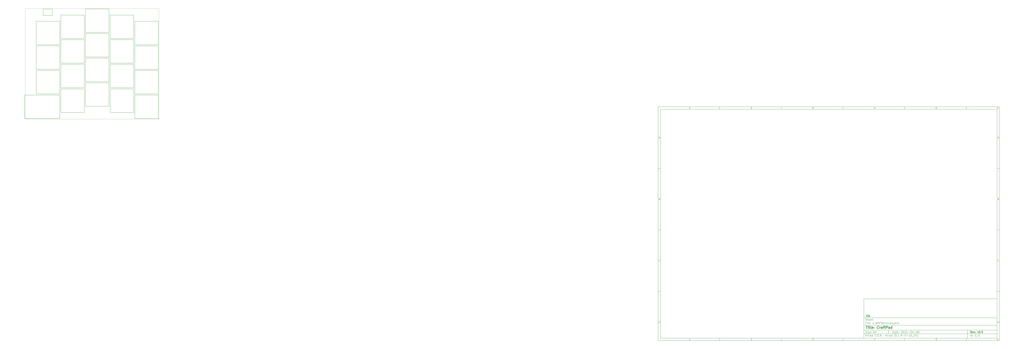
<source format=gbr>
%TF.GenerationSoftware,KiCad,Pcbnew,(5.1.9-0-10_14)*%
%TF.CreationDate,2021-04-06T08:54:49+08:00*%
%TF.ProjectId,CraftPad,43726166-7450-4616-942e-6b696361645f,v0.5*%
%TF.SameCoordinates,Original*%
%TF.FileFunction,OtherDrawing,Comment*%
%FSLAX46Y46*%
G04 Gerber Fmt 4.6, Leading zero omitted, Abs format (unit mm)*
G04 Created by KiCad (PCBNEW (5.1.9-0-10_14)) date 2021-04-06 08:54:49*
%MOMM*%
%LPD*%
G01*
G04 APERTURE LIST*
%ADD10C,0.100000*%
%ADD11C,0.150000*%
%ADD12C,0.300000*%
%ADD13C,0.400000*%
%ADD14C,0.120000*%
%ADD15C,0.200000*%
G04 APERTURE END LIST*
D10*
D11*
X177002200Y-166007200D02*
X177002200Y-198007200D01*
X285002200Y-198007200D01*
X285002200Y-166007200D01*
X177002200Y-166007200D01*
D10*
D11*
X10000000Y-10000000D02*
X10000000Y-200007200D01*
X287002200Y-200007200D01*
X287002200Y-10000000D01*
X10000000Y-10000000D01*
D10*
D11*
X12000000Y-12000000D02*
X12000000Y-198007200D01*
X285002200Y-198007200D01*
X285002200Y-12000000D01*
X12000000Y-12000000D01*
D10*
D11*
X60000000Y-12000000D02*
X60000000Y-10000000D01*
D10*
D11*
X110000000Y-12000000D02*
X110000000Y-10000000D01*
D10*
D11*
X160000000Y-12000000D02*
X160000000Y-10000000D01*
D10*
D11*
X210000000Y-12000000D02*
X210000000Y-10000000D01*
D10*
D11*
X260000000Y-12000000D02*
X260000000Y-10000000D01*
D10*
D11*
X36065476Y-11588095D02*
X35322619Y-11588095D01*
X35694047Y-11588095D02*
X35694047Y-10288095D01*
X35570238Y-10473809D01*
X35446428Y-10597619D01*
X35322619Y-10659523D01*
D10*
D11*
X85322619Y-10411904D02*
X85384523Y-10350000D01*
X85508333Y-10288095D01*
X85817857Y-10288095D01*
X85941666Y-10350000D01*
X86003571Y-10411904D01*
X86065476Y-10535714D01*
X86065476Y-10659523D01*
X86003571Y-10845238D01*
X85260714Y-11588095D01*
X86065476Y-11588095D01*
D10*
D11*
X135260714Y-10288095D02*
X136065476Y-10288095D01*
X135632142Y-10783333D01*
X135817857Y-10783333D01*
X135941666Y-10845238D01*
X136003571Y-10907142D01*
X136065476Y-11030952D01*
X136065476Y-11340476D01*
X136003571Y-11464285D01*
X135941666Y-11526190D01*
X135817857Y-11588095D01*
X135446428Y-11588095D01*
X135322619Y-11526190D01*
X135260714Y-11464285D01*
D10*
D11*
X185941666Y-10721428D02*
X185941666Y-11588095D01*
X185632142Y-10226190D02*
X185322619Y-11154761D01*
X186127380Y-11154761D01*
D10*
D11*
X236003571Y-10288095D02*
X235384523Y-10288095D01*
X235322619Y-10907142D01*
X235384523Y-10845238D01*
X235508333Y-10783333D01*
X235817857Y-10783333D01*
X235941666Y-10845238D01*
X236003571Y-10907142D01*
X236065476Y-11030952D01*
X236065476Y-11340476D01*
X236003571Y-11464285D01*
X235941666Y-11526190D01*
X235817857Y-11588095D01*
X235508333Y-11588095D01*
X235384523Y-11526190D01*
X235322619Y-11464285D01*
D10*
D11*
X285941666Y-10288095D02*
X285694047Y-10288095D01*
X285570238Y-10350000D01*
X285508333Y-10411904D01*
X285384523Y-10597619D01*
X285322619Y-10845238D01*
X285322619Y-11340476D01*
X285384523Y-11464285D01*
X285446428Y-11526190D01*
X285570238Y-11588095D01*
X285817857Y-11588095D01*
X285941666Y-11526190D01*
X286003571Y-11464285D01*
X286065476Y-11340476D01*
X286065476Y-11030952D01*
X286003571Y-10907142D01*
X285941666Y-10845238D01*
X285817857Y-10783333D01*
X285570238Y-10783333D01*
X285446428Y-10845238D01*
X285384523Y-10907142D01*
X285322619Y-11030952D01*
D10*
D11*
X60000000Y-198007200D02*
X60000000Y-200007200D01*
D10*
D11*
X110000000Y-198007200D02*
X110000000Y-200007200D01*
D10*
D11*
X160000000Y-198007200D02*
X160000000Y-200007200D01*
D10*
D11*
X210000000Y-198007200D02*
X210000000Y-200007200D01*
D10*
D11*
X260000000Y-198007200D02*
X260000000Y-200007200D01*
D10*
D11*
X36065476Y-199595295D02*
X35322619Y-199595295D01*
X35694047Y-199595295D02*
X35694047Y-198295295D01*
X35570238Y-198481009D01*
X35446428Y-198604819D01*
X35322619Y-198666723D01*
D10*
D11*
X85322619Y-198419104D02*
X85384523Y-198357200D01*
X85508333Y-198295295D01*
X85817857Y-198295295D01*
X85941666Y-198357200D01*
X86003571Y-198419104D01*
X86065476Y-198542914D01*
X86065476Y-198666723D01*
X86003571Y-198852438D01*
X85260714Y-199595295D01*
X86065476Y-199595295D01*
D10*
D11*
X135260714Y-198295295D02*
X136065476Y-198295295D01*
X135632142Y-198790533D01*
X135817857Y-198790533D01*
X135941666Y-198852438D01*
X136003571Y-198914342D01*
X136065476Y-199038152D01*
X136065476Y-199347676D01*
X136003571Y-199471485D01*
X135941666Y-199533390D01*
X135817857Y-199595295D01*
X135446428Y-199595295D01*
X135322619Y-199533390D01*
X135260714Y-199471485D01*
D10*
D11*
X185941666Y-198728628D02*
X185941666Y-199595295D01*
X185632142Y-198233390D02*
X185322619Y-199161961D01*
X186127380Y-199161961D01*
D10*
D11*
X236003571Y-198295295D02*
X235384523Y-198295295D01*
X235322619Y-198914342D01*
X235384523Y-198852438D01*
X235508333Y-198790533D01*
X235817857Y-198790533D01*
X235941666Y-198852438D01*
X236003571Y-198914342D01*
X236065476Y-199038152D01*
X236065476Y-199347676D01*
X236003571Y-199471485D01*
X235941666Y-199533390D01*
X235817857Y-199595295D01*
X235508333Y-199595295D01*
X235384523Y-199533390D01*
X235322619Y-199471485D01*
D10*
D11*
X285941666Y-198295295D02*
X285694047Y-198295295D01*
X285570238Y-198357200D01*
X285508333Y-198419104D01*
X285384523Y-198604819D01*
X285322619Y-198852438D01*
X285322619Y-199347676D01*
X285384523Y-199471485D01*
X285446428Y-199533390D01*
X285570238Y-199595295D01*
X285817857Y-199595295D01*
X285941666Y-199533390D01*
X286003571Y-199471485D01*
X286065476Y-199347676D01*
X286065476Y-199038152D01*
X286003571Y-198914342D01*
X285941666Y-198852438D01*
X285817857Y-198790533D01*
X285570238Y-198790533D01*
X285446428Y-198852438D01*
X285384523Y-198914342D01*
X285322619Y-199038152D01*
D10*
D11*
X10000000Y-60000000D02*
X12000000Y-60000000D01*
D10*
D11*
X10000000Y-110000000D02*
X12000000Y-110000000D01*
D10*
D11*
X10000000Y-160000000D02*
X12000000Y-160000000D01*
D10*
D11*
X10690476Y-35216666D02*
X11309523Y-35216666D01*
X10566666Y-35588095D02*
X11000000Y-34288095D01*
X11433333Y-35588095D01*
D10*
D11*
X11092857Y-84907142D02*
X11278571Y-84969047D01*
X11340476Y-85030952D01*
X11402380Y-85154761D01*
X11402380Y-85340476D01*
X11340476Y-85464285D01*
X11278571Y-85526190D01*
X11154761Y-85588095D01*
X10659523Y-85588095D01*
X10659523Y-84288095D01*
X11092857Y-84288095D01*
X11216666Y-84350000D01*
X11278571Y-84411904D01*
X11340476Y-84535714D01*
X11340476Y-84659523D01*
X11278571Y-84783333D01*
X11216666Y-84845238D01*
X11092857Y-84907142D01*
X10659523Y-84907142D01*
D10*
D11*
X11402380Y-135464285D02*
X11340476Y-135526190D01*
X11154761Y-135588095D01*
X11030952Y-135588095D01*
X10845238Y-135526190D01*
X10721428Y-135402380D01*
X10659523Y-135278571D01*
X10597619Y-135030952D01*
X10597619Y-134845238D01*
X10659523Y-134597619D01*
X10721428Y-134473809D01*
X10845238Y-134350000D01*
X11030952Y-134288095D01*
X11154761Y-134288095D01*
X11340476Y-134350000D01*
X11402380Y-134411904D01*
D10*
D11*
X10659523Y-185588095D02*
X10659523Y-184288095D01*
X10969047Y-184288095D01*
X11154761Y-184350000D01*
X11278571Y-184473809D01*
X11340476Y-184597619D01*
X11402380Y-184845238D01*
X11402380Y-185030952D01*
X11340476Y-185278571D01*
X11278571Y-185402380D01*
X11154761Y-185526190D01*
X10969047Y-185588095D01*
X10659523Y-185588095D01*
D10*
D11*
X287002200Y-60000000D02*
X285002200Y-60000000D01*
D10*
D11*
X287002200Y-110000000D02*
X285002200Y-110000000D01*
D10*
D11*
X287002200Y-160000000D02*
X285002200Y-160000000D01*
D10*
D11*
X285692676Y-35216666D02*
X286311723Y-35216666D01*
X285568866Y-35588095D02*
X286002200Y-34288095D01*
X286435533Y-35588095D01*
D10*
D11*
X286095057Y-84907142D02*
X286280771Y-84969047D01*
X286342676Y-85030952D01*
X286404580Y-85154761D01*
X286404580Y-85340476D01*
X286342676Y-85464285D01*
X286280771Y-85526190D01*
X286156961Y-85588095D01*
X285661723Y-85588095D01*
X285661723Y-84288095D01*
X286095057Y-84288095D01*
X286218866Y-84350000D01*
X286280771Y-84411904D01*
X286342676Y-84535714D01*
X286342676Y-84659523D01*
X286280771Y-84783333D01*
X286218866Y-84845238D01*
X286095057Y-84907142D01*
X285661723Y-84907142D01*
D10*
D11*
X286404580Y-135464285D02*
X286342676Y-135526190D01*
X286156961Y-135588095D01*
X286033152Y-135588095D01*
X285847438Y-135526190D01*
X285723628Y-135402380D01*
X285661723Y-135278571D01*
X285599819Y-135030952D01*
X285599819Y-134845238D01*
X285661723Y-134597619D01*
X285723628Y-134473809D01*
X285847438Y-134350000D01*
X286033152Y-134288095D01*
X286156961Y-134288095D01*
X286342676Y-134350000D01*
X286404580Y-134411904D01*
D10*
D11*
X285661723Y-185588095D02*
X285661723Y-184288095D01*
X285971247Y-184288095D01*
X286156961Y-184350000D01*
X286280771Y-184473809D01*
X286342676Y-184597619D01*
X286404580Y-184845238D01*
X286404580Y-185030952D01*
X286342676Y-185278571D01*
X286280771Y-185402380D01*
X286156961Y-185526190D01*
X285971247Y-185588095D01*
X285661723Y-185588095D01*
D10*
D11*
X200434342Y-193785771D02*
X200434342Y-192285771D01*
X200791485Y-192285771D01*
X201005771Y-192357200D01*
X201148628Y-192500057D01*
X201220057Y-192642914D01*
X201291485Y-192928628D01*
X201291485Y-193142914D01*
X201220057Y-193428628D01*
X201148628Y-193571485D01*
X201005771Y-193714342D01*
X200791485Y-193785771D01*
X200434342Y-193785771D01*
X202577200Y-193785771D02*
X202577200Y-193000057D01*
X202505771Y-192857200D01*
X202362914Y-192785771D01*
X202077200Y-192785771D01*
X201934342Y-192857200D01*
X202577200Y-193714342D02*
X202434342Y-193785771D01*
X202077200Y-193785771D01*
X201934342Y-193714342D01*
X201862914Y-193571485D01*
X201862914Y-193428628D01*
X201934342Y-193285771D01*
X202077200Y-193214342D01*
X202434342Y-193214342D01*
X202577200Y-193142914D01*
X203077200Y-192785771D02*
X203648628Y-192785771D01*
X203291485Y-192285771D02*
X203291485Y-193571485D01*
X203362914Y-193714342D01*
X203505771Y-193785771D01*
X203648628Y-193785771D01*
X204720057Y-193714342D02*
X204577200Y-193785771D01*
X204291485Y-193785771D01*
X204148628Y-193714342D01*
X204077200Y-193571485D01*
X204077200Y-193000057D01*
X204148628Y-192857200D01*
X204291485Y-192785771D01*
X204577200Y-192785771D01*
X204720057Y-192857200D01*
X204791485Y-193000057D01*
X204791485Y-193142914D01*
X204077200Y-193285771D01*
X205434342Y-193642914D02*
X205505771Y-193714342D01*
X205434342Y-193785771D01*
X205362914Y-193714342D01*
X205434342Y-193642914D01*
X205434342Y-193785771D01*
X205434342Y-192857200D02*
X205505771Y-192928628D01*
X205434342Y-193000057D01*
X205362914Y-192928628D01*
X205434342Y-192857200D01*
X205434342Y-193000057D01*
X207220057Y-192428628D02*
X207291485Y-192357200D01*
X207434342Y-192285771D01*
X207791485Y-192285771D01*
X207934342Y-192357200D01*
X208005771Y-192428628D01*
X208077200Y-192571485D01*
X208077200Y-192714342D01*
X208005771Y-192928628D01*
X207148628Y-193785771D01*
X208077200Y-193785771D01*
X209005771Y-192285771D02*
X209148628Y-192285771D01*
X209291485Y-192357200D01*
X209362914Y-192428628D01*
X209434342Y-192571485D01*
X209505771Y-192857200D01*
X209505771Y-193214342D01*
X209434342Y-193500057D01*
X209362914Y-193642914D01*
X209291485Y-193714342D01*
X209148628Y-193785771D01*
X209005771Y-193785771D01*
X208862914Y-193714342D01*
X208791485Y-193642914D01*
X208720057Y-193500057D01*
X208648628Y-193214342D01*
X208648628Y-192857200D01*
X208720057Y-192571485D01*
X208791485Y-192428628D01*
X208862914Y-192357200D01*
X209005771Y-192285771D01*
X210077200Y-192428628D02*
X210148628Y-192357200D01*
X210291485Y-192285771D01*
X210648628Y-192285771D01*
X210791485Y-192357200D01*
X210862914Y-192428628D01*
X210934342Y-192571485D01*
X210934342Y-192714342D01*
X210862914Y-192928628D01*
X210005771Y-193785771D01*
X210934342Y-193785771D01*
X212362914Y-193785771D02*
X211505771Y-193785771D01*
X211934342Y-193785771D02*
X211934342Y-192285771D01*
X211791485Y-192500057D01*
X211648628Y-192642914D01*
X211505771Y-192714342D01*
X213005771Y-193214342D02*
X214148628Y-193214342D01*
X215148628Y-192285771D02*
X215291485Y-192285771D01*
X215434342Y-192357200D01*
X215505771Y-192428628D01*
X215577200Y-192571485D01*
X215648628Y-192857200D01*
X215648628Y-193214342D01*
X215577200Y-193500057D01*
X215505771Y-193642914D01*
X215434342Y-193714342D01*
X215291485Y-193785771D01*
X215148628Y-193785771D01*
X215005771Y-193714342D01*
X214934342Y-193642914D01*
X214862914Y-193500057D01*
X214791485Y-193214342D01*
X214791485Y-192857200D01*
X214862914Y-192571485D01*
X214934342Y-192428628D01*
X215005771Y-192357200D01*
X215148628Y-192285771D01*
X216934342Y-192785771D02*
X216934342Y-193785771D01*
X216577200Y-192214342D02*
X216220057Y-193285771D01*
X217148628Y-193285771D01*
X217720057Y-193214342D02*
X218862914Y-193214342D01*
X219862914Y-192285771D02*
X220005771Y-192285771D01*
X220148628Y-192357200D01*
X220220057Y-192428628D01*
X220291485Y-192571485D01*
X220362914Y-192857200D01*
X220362914Y-193214342D01*
X220291485Y-193500057D01*
X220220057Y-193642914D01*
X220148628Y-193714342D01*
X220005771Y-193785771D01*
X219862914Y-193785771D01*
X219720057Y-193714342D01*
X219648628Y-193642914D01*
X219577200Y-193500057D01*
X219505771Y-193214342D01*
X219505771Y-192857200D01*
X219577200Y-192571485D01*
X219648628Y-192428628D01*
X219720057Y-192357200D01*
X219862914Y-192285771D01*
X221648628Y-192285771D02*
X221362914Y-192285771D01*
X221220057Y-192357200D01*
X221148628Y-192428628D01*
X221005771Y-192642914D01*
X220934342Y-192928628D01*
X220934342Y-193500057D01*
X221005771Y-193642914D01*
X221077200Y-193714342D01*
X221220057Y-193785771D01*
X221505771Y-193785771D01*
X221648628Y-193714342D01*
X221720057Y-193642914D01*
X221791485Y-193500057D01*
X221791485Y-193142914D01*
X221720057Y-193000057D01*
X221648628Y-192928628D01*
X221505771Y-192857200D01*
X221220057Y-192857200D01*
X221077200Y-192928628D01*
X221005771Y-193000057D01*
X220934342Y-193142914D01*
D10*
D11*
X177002200Y-194507200D02*
X285002200Y-194507200D01*
D10*
D11*
X178434342Y-196585771D02*
X178434342Y-195085771D01*
X179291485Y-196585771D02*
X178648628Y-195728628D01*
X179291485Y-195085771D02*
X178434342Y-195942914D01*
X179934342Y-196585771D02*
X179934342Y-195585771D01*
X179934342Y-195085771D02*
X179862914Y-195157200D01*
X179934342Y-195228628D01*
X180005771Y-195157200D01*
X179934342Y-195085771D01*
X179934342Y-195228628D01*
X181505771Y-196442914D02*
X181434342Y-196514342D01*
X181220057Y-196585771D01*
X181077200Y-196585771D01*
X180862914Y-196514342D01*
X180720057Y-196371485D01*
X180648628Y-196228628D01*
X180577200Y-195942914D01*
X180577200Y-195728628D01*
X180648628Y-195442914D01*
X180720057Y-195300057D01*
X180862914Y-195157200D01*
X181077200Y-195085771D01*
X181220057Y-195085771D01*
X181434342Y-195157200D01*
X181505771Y-195228628D01*
X182791485Y-196585771D02*
X182791485Y-195800057D01*
X182720057Y-195657200D01*
X182577200Y-195585771D01*
X182291485Y-195585771D01*
X182148628Y-195657200D01*
X182791485Y-196514342D02*
X182648628Y-196585771D01*
X182291485Y-196585771D01*
X182148628Y-196514342D01*
X182077200Y-196371485D01*
X182077200Y-196228628D01*
X182148628Y-196085771D01*
X182291485Y-196014342D01*
X182648628Y-196014342D01*
X182791485Y-195942914D01*
X184148628Y-196585771D02*
X184148628Y-195085771D01*
X184148628Y-196514342D02*
X184005771Y-196585771D01*
X183720057Y-196585771D01*
X183577200Y-196514342D01*
X183505771Y-196442914D01*
X183434342Y-196300057D01*
X183434342Y-195871485D01*
X183505771Y-195728628D01*
X183577200Y-195657200D01*
X183720057Y-195585771D01*
X184005771Y-195585771D01*
X184148628Y-195657200D01*
X186005771Y-195800057D02*
X186505771Y-195800057D01*
X186720057Y-196585771D02*
X186005771Y-196585771D01*
X186005771Y-195085771D01*
X186720057Y-195085771D01*
X187362914Y-196442914D02*
X187434342Y-196514342D01*
X187362914Y-196585771D01*
X187291485Y-196514342D01*
X187362914Y-196442914D01*
X187362914Y-196585771D01*
X188077200Y-196585771D02*
X188077200Y-195085771D01*
X188434342Y-195085771D01*
X188648628Y-195157200D01*
X188791485Y-195300057D01*
X188862914Y-195442914D01*
X188934342Y-195728628D01*
X188934342Y-195942914D01*
X188862914Y-196228628D01*
X188791485Y-196371485D01*
X188648628Y-196514342D01*
X188434342Y-196585771D01*
X188077200Y-196585771D01*
X189577200Y-196442914D02*
X189648628Y-196514342D01*
X189577200Y-196585771D01*
X189505771Y-196514342D01*
X189577200Y-196442914D01*
X189577200Y-196585771D01*
X190220057Y-196157200D02*
X190934342Y-196157200D01*
X190077200Y-196585771D02*
X190577200Y-195085771D01*
X191077200Y-196585771D01*
X191577200Y-196442914D02*
X191648628Y-196514342D01*
X191577200Y-196585771D01*
X191505771Y-196514342D01*
X191577200Y-196442914D01*
X191577200Y-196585771D01*
X194577200Y-196585771D02*
X194577200Y-195085771D01*
X194720057Y-196014342D02*
X195148628Y-196585771D01*
X195148628Y-195585771D02*
X194577200Y-196157200D01*
X195791485Y-196585771D02*
X195791485Y-195585771D01*
X195791485Y-195085771D02*
X195720057Y-195157200D01*
X195791485Y-195228628D01*
X195862914Y-195157200D01*
X195791485Y-195085771D01*
X195791485Y-195228628D01*
X197148628Y-196514342D02*
X197005771Y-196585771D01*
X196720057Y-196585771D01*
X196577200Y-196514342D01*
X196505771Y-196442914D01*
X196434342Y-196300057D01*
X196434342Y-195871485D01*
X196505771Y-195728628D01*
X196577200Y-195657200D01*
X196720057Y-195585771D01*
X197005771Y-195585771D01*
X197148628Y-195657200D01*
X198434342Y-196585771D02*
X198434342Y-195800057D01*
X198362914Y-195657200D01*
X198220057Y-195585771D01*
X197934342Y-195585771D01*
X197791485Y-195657200D01*
X198434342Y-196514342D02*
X198291485Y-196585771D01*
X197934342Y-196585771D01*
X197791485Y-196514342D01*
X197720057Y-196371485D01*
X197720057Y-196228628D01*
X197791485Y-196085771D01*
X197934342Y-196014342D01*
X198291485Y-196014342D01*
X198434342Y-195942914D01*
X199791485Y-196585771D02*
X199791485Y-195085771D01*
X199791485Y-196514342D02*
X199648628Y-196585771D01*
X199362914Y-196585771D01*
X199220057Y-196514342D01*
X199148628Y-196442914D01*
X199077200Y-196300057D01*
X199077200Y-195871485D01*
X199148628Y-195728628D01*
X199220057Y-195657200D01*
X199362914Y-195585771D01*
X199648628Y-195585771D01*
X199791485Y-195657200D01*
X202077200Y-197157200D02*
X202005771Y-197085771D01*
X201862914Y-196871485D01*
X201791485Y-196728628D01*
X201720057Y-196514342D01*
X201648628Y-196157200D01*
X201648628Y-195871485D01*
X201720057Y-195514342D01*
X201791485Y-195300057D01*
X201862914Y-195157200D01*
X202005771Y-194942914D01*
X202077200Y-194871485D01*
X203362914Y-195085771D02*
X202648628Y-195085771D01*
X202577200Y-195800057D01*
X202648628Y-195728628D01*
X202791485Y-195657200D01*
X203148628Y-195657200D01*
X203291485Y-195728628D01*
X203362914Y-195800057D01*
X203434342Y-195942914D01*
X203434342Y-196300057D01*
X203362914Y-196442914D01*
X203291485Y-196514342D01*
X203148628Y-196585771D01*
X202791485Y-196585771D01*
X202648628Y-196514342D01*
X202577200Y-196442914D01*
X204077200Y-196442914D02*
X204148628Y-196514342D01*
X204077200Y-196585771D01*
X204005771Y-196514342D01*
X204077200Y-196442914D01*
X204077200Y-196585771D01*
X205577200Y-196585771D02*
X204720057Y-196585771D01*
X205148628Y-196585771D02*
X205148628Y-195085771D01*
X205005771Y-195300057D01*
X204862914Y-195442914D01*
X204720057Y-195514342D01*
X206220057Y-196442914D02*
X206291485Y-196514342D01*
X206220057Y-196585771D01*
X206148628Y-196514342D01*
X206220057Y-196442914D01*
X206220057Y-196585771D01*
X207005771Y-196585771D02*
X207291485Y-196585771D01*
X207434342Y-196514342D01*
X207505771Y-196442914D01*
X207648628Y-196228628D01*
X207720057Y-195942914D01*
X207720057Y-195371485D01*
X207648628Y-195228628D01*
X207577200Y-195157200D01*
X207434342Y-195085771D01*
X207148628Y-195085771D01*
X207005771Y-195157200D01*
X206934342Y-195228628D01*
X206862914Y-195371485D01*
X206862914Y-195728628D01*
X206934342Y-195871485D01*
X207005771Y-195942914D01*
X207148628Y-196014342D01*
X207434342Y-196014342D01*
X207577200Y-195942914D01*
X207648628Y-195871485D01*
X207720057Y-195728628D01*
X208362914Y-196014342D02*
X209505771Y-196014342D01*
X210505771Y-195085771D02*
X210648628Y-195085771D01*
X210791485Y-195157200D01*
X210862914Y-195228628D01*
X210934342Y-195371485D01*
X211005771Y-195657200D01*
X211005771Y-196014342D01*
X210934342Y-196300057D01*
X210862914Y-196442914D01*
X210791485Y-196514342D01*
X210648628Y-196585771D01*
X210505771Y-196585771D01*
X210362914Y-196514342D01*
X210291485Y-196442914D01*
X210220057Y-196300057D01*
X210148628Y-196014342D01*
X210148628Y-195657200D01*
X210220057Y-195371485D01*
X210291485Y-195228628D01*
X210362914Y-195157200D01*
X210505771Y-195085771D01*
X211648628Y-196014342D02*
X212791485Y-196014342D01*
X214291485Y-196585771D02*
X213434342Y-196585771D01*
X213862914Y-196585771D02*
X213862914Y-195085771D01*
X213720057Y-195300057D01*
X213577200Y-195442914D01*
X213434342Y-195514342D01*
X215220057Y-195085771D02*
X215362914Y-195085771D01*
X215505771Y-195157200D01*
X215577200Y-195228628D01*
X215648628Y-195371485D01*
X215720057Y-195657200D01*
X215720057Y-196014342D01*
X215648628Y-196300057D01*
X215577200Y-196442914D01*
X215505771Y-196514342D01*
X215362914Y-196585771D01*
X215220057Y-196585771D01*
X215077200Y-196514342D01*
X215005771Y-196442914D01*
X214934342Y-196300057D01*
X214862914Y-196014342D01*
X214862914Y-195657200D01*
X214934342Y-195371485D01*
X215005771Y-195228628D01*
X215077200Y-195157200D01*
X215220057Y-195085771D01*
X216005771Y-196728628D02*
X217148628Y-196728628D01*
X218291485Y-196585771D02*
X217434342Y-196585771D01*
X217862914Y-196585771D02*
X217862914Y-195085771D01*
X217720057Y-195300057D01*
X217577200Y-195442914D01*
X217434342Y-195514342D01*
X219577200Y-195585771D02*
X219577200Y-196585771D01*
X219220057Y-195014342D02*
X218862914Y-196085771D01*
X219791485Y-196085771D01*
X220220057Y-197157200D02*
X220291485Y-197085771D01*
X220434342Y-196871485D01*
X220505771Y-196728628D01*
X220577200Y-196514342D01*
X220648628Y-196157200D01*
X220648628Y-195871485D01*
X220577200Y-195514342D01*
X220505771Y-195300057D01*
X220434342Y-195157200D01*
X220291485Y-194942914D01*
X220220057Y-194871485D01*
D10*
D11*
X177002200Y-191507200D02*
X285002200Y-191507200D01*
D10*
D12*
X264411485Y-193785771D02*
X263911485Y-193071485D01*
X263554342Y-193785771D02*
X263554342Y-192285771D01*
X264125771Y-192285771D01*
X264268628Y-192357200D01*
X264340057Y-192428628D01*
X264411485Y-192571485D01*
X264411485Y-192785771D01*
X264340057Y-192928628D01*
X264268628Y-193000057D01*
X264125771Y-193071485D01*
X263554342Y-193071485D01*
X265625771Y-193714342D02*
X265482914Y-193785771D01*
X265197200Y-193785771D01*
X265054342Y-193714342D01*
X264982914Y-193571485D01*
X264982914Y-193000057D01*
X265054342Y-192857200D01*
X265197200Y-192785771D01*
X265482914Y-192785771D01*
X265625771Y-192857200D01*
X265697200Y-193000057D01*
X265697200Y-193142914D01*
X264982914Y-193285771D01*
X266197200Y-192785771D02*
X266554342Y-193785771D01*
X266911485Y-192785771D01*
X267482914Y-193642914D02*
X267554342Y-193714342D01*
X267482914Y-193785771D01*
X267411485Y-193714342D01*
X267482914Y-193642914D01*
X267482914Y-193785771D01*
X267482914Y-192857200D02*
X267554342Y-192928628D01*
X267482914Y-193000057D01*
X267411485Y-192928628D01*
X267482914Y-192857200D01*
X267482914Y-193000057D01*
X269197200Y-192785771D02*
X269554342Y-193785771D01*
X269911485Y-192785771D01*
X270768628Y-192285771D02*
X270911485Y-192285771D01*
X271054342Y-192357200D01*
X271125771Y-192428628D01*
X271197200Y-192571485D01*
X271268628Y-192857200D01*
X271268628Y-193214342D01*
X271197200Y-193500057D01*
X271125771Y-193642914D01*
X271054342Y-193714342D01*
X270911485Y-193785771D01*
X270768628Y-193785771D01*
X270625771Y-193714342D01*
X270554342Y-193642914D01*
X270482914Y-193500057D01*
X270411485Y-193214342D01*
X270411485Y-192857200D01*
X270482914Y-192571485D01*
X270554342Y-192428628D01*
X270625771Y-192357200D01*
X270768628Y-192285771D01*
X271911485Y-193642914D02*
X271982914Y-193714342D01*
X271911485Y-193785771D01*
X271840057Y-193714342D01*
X271911485Y-193642914D01*
X271911485Y-193785771D01*
X273340057Y-192285771D02*
X272625771Y-192285771D01*
X272554342Y-193000057D01*
X272625771Y-192928628D01*
X272768628Y-192857200D01*
X273125771Y-192857200D01*
X273268628Y-192928628D01*
X273340057Y-193000057D01*
X273411485Y-193142914D01*
X273411485Y-193500057D01*
X273340057Y-193642914D01*
X273268628Y-193714342D01*
X273125771Y-193785771D01*
X272768628Y-193785771D01*
X272625771Y-193714342D01*
X272554342Y-193642914D01*
D10*
D11*
X178362914Y-193714342D02*
X178577200Y-193785771D01*
X178934342Y-193785771D01*
X179077200Y-193714342D01*
X179148628Y-193642914D01*
X179220057Y-193500057D01*
X179220057Y-193357200D01*
X179148628Y-193214342D01*
X179077200Y-193142914D01*
X178934342Y-193071485D01*
X178648628Y-193000057D01*
X178505771Y-192928628D01*
X178434342Y-192857200D01*
X178362914Y-192714342D01*
X178362914Y-192571485D01*
X178434342Y-192428628D01*
X178505771Y-192357200D01*
X178648628Y-192285771D01*
X179005771Y-192285771D01*
X179220057Y-192357200D01*
X179862914Y-193785771D02*
X179862914Y-192785771D01*
X179862914Y-192285771D02*
X179791485Y-192357200D01*
X179862914Y-192428628D01*
X179934342Y-192357200D01*
X179862914Y-192285771D01*
X179862914Y-192428628D01*
X180434342Y-192785771D02*
X181220057Y-192785771D01*
X180434342Y-193785771D01*
X181220057Y-193785771D01*
X182362914Y-193714342D02*
X182220057Y-193785771D01*
X181934342Y-193785771D01*
X181791485Y-193714342D01*
X181720057Y-193571485D01*
X181720057Y-193000057D01*
X181791485Y-192857200D01*
X181934342Y-192785771D01*
X182220057Y-192785771D01*
X182362914Y-192857200D01*
X182434342Y-193000057D01*
X182434342Y-193142914D01*
X181720057Y-193285771D01*
X183077200Y-193642914D02*
X183148628Y-193714342D01*
X183077200Y-193785771D01*
X183005771Y-193714342D01*
X183077200Y-193642914D01*
X183077200Y-193785771D01*
X183077200Y-192857200D02*
X183148628Y-192928628D01*
X183077200Y-193000057D01*
X183005771Y-192928628D01*
X183077200Y-192857200D01*
X183077200Y-193000057D01*
X184862914Y-193357200D02*
X185577200Y-193357200D01*
X184720057Y-193785771D02*
X185220057Y-192285771D01*
X185720057Y-193785771D01*
X186862914Y-192785771D02*
X186862914Y-193785771D01*
X186505771Y-192214342D02*
X186148628Y-193285771D01*
X187077200Y-193285771D01*
D10*
D11*
X263434342Y-196585771D02*
X263434342Y-195085771D01*
X264791485Y-196585771D02*
X264791485Y-195085771D01*
X264791485Y-196514342D02*
X264648628Y-196585771D01*
X264362914Y-196585771D01*
X264220057Y-196514342D01*
X264148628Y-196442914D01*
X264077200Y-196300057D01*
X264077200Y-195871485D01*
X264148628Y-195728628D01*
X264220057Y-195657200D01*
X264362914Y-195585771D01*
X264648628Y-195585771D01*
X264791485Y-195657200D01*
X265505771Y-196442914D02*
X265577200Y-196514342D01*
X265505771Y-196585771D01*
X265434342Y-196514342D01*
X265505771Y-196442914D01*
X265505771Y-196585771D01*
X265505771Y-195657200D02*
X265577200Y-195728628D01*
X265505771Y-195800057D01*
X265434342Y-195728628D01*
X265505771Y-195657200D01*
X265505771Y-195800057D01*
X268148628Y-196585771D02*
X267291485Y-196585771D01*
X267720057Y-196585771D02*
X267720057Y-195085771D01*
X267577200Y-195300057D01*
X267434342Y-195442914D01*
X267291485Y-195514342D01*
X269862914Y-195014342D02*
X268577200Y-196942914D01*
X271148628Y-196585771D02*
X270291485Y-196585771D01*
X270720057Y-196585771D02*
X270720057Y-195085771D01*
X270577200Y-195300057D01*
X270434342Y-195442914D01*
X270291485Y-195514342D01*
D10*
D11*
X177002200Y-187507200D02*
X285002200Y-187507200D01*
D10*
D13*
X178714580Y-188211961D02*
X179857438Y-188211961D01*
X179036009Y-190211961D02*
X179286009Y-188211961D01*
X180274104Y-190211961D02*
X180440771Y-188878628D01*
X180524104Y-188211961D02*
X180416961Y-188307200D01*
X180500295Y-188402438D01*
X180607438Y-188307200D01*
X180524104Y-188211961D01*
X180500295Y-188402438D01*
X181107438Y-188878628D02*
X181869342Y-188878628D01*
X181476485Y-188211961D02*
X181262200Y-189926247D01*
X181333628Y-190116723D01*
X181512200Y-190211961D01*
X181702676Y-190211961D01*
X182655057Y-190211961D02*
X182476485Y-190116723D01*
X182405057Y-189926247D01*
X182619342Y-188211961D01*
X184190771Y-190116723D02*
X183988390Y-190211961D01*
X183607438Y-190211961D01*
X183428866Y-190116723D01*
X183357438Y-189926247D01*
X183452676Y-189164342D01*
X183571723Y-188973866D01*
X183774104Y-188878628D01*
X184155057Y-188878628D01*
X184333628Y-188973866D01*
X184405057Y-189164342D01*
X184381247Y-189354819D01*
X183405057Y-189545295D01*
X185155057Y-190021485D02*
X185238390Y-190116723D01*
X185131247Y-190211961D01*
X185047914Y-190116723D01*
X185155057Y-190021485D01*
X185131247Y-190211961D01*
X185286009Y-188973866D02*
X185369342Y-189069104D01*
X185262200Y-189164342D01*
X185178866Y-189069104D01*
X185286009Y-188973866D01*
X185262200Y-189164342D01*
X188774104Y-190021485D02*
X188666961Y-190116723D01*
X188369342Y-190211961D01*
X188178866Y-190211961D01*
X187905057Y-190116723D01*
X187738390Y-189926247D01*
X187666961Y-189735771D01*
X187619342Y-189354819D01*
X187655057Y-189069104D01*
X187797914Y-188688152D01*
X187916961Y-188497676D01*
X188131247Y-188307200D01*
X188428866Y-188211961D01*
X188619342Y-188211961D01*
X188893152Y-188307200D01*
X188976485Y-188402438D01*
X189607438Y-190211961D02*
X189774104Y-188878628D01*
X189726485Y-189259580D02*
X189845533Y-189069104D01*
X189952676Y-188973866D01*
X190155057Y-188878628D01*
X190345533Y-188878628D01*
X191702676Y-190211961D02*
X191833628Y-189164342D01*
X191762200Y-188973866D01*
X191583628Y-188878628D01*
X191202676Y-188878628D01*
X191000295Y-188973866D01*
X191714580Y-190116723D02*
X191512200Y-190211961D01*
X191036009Y-190211961D01*
X190857438Y-190116723D01*
X190786009Y-189926247D01*
X190809819Y-189735771D01*
X190928866Y-189545295D01*
X191131247Y-189450057D01*
X191607438Y-189450057D01*
X191809819Y-189354819D01*
X192536009Y-188878628D02*
X193297914Y-188878628D01*
X192655057Y-190211961D02*
X192869342Y-188497676D01*
X192988390Y-188307200D01*
X193190771Y-188211961D01*
X193381247Y-188211961D01*
X193678866Y-188878628D02*
X194440771Y-188878628D01*
X194047914Y-188211961D02*
X193833628Y-189926247D01*
X193905057Y-190116723D01*
X194083628Y-190211961D01*
X194274104Y-190211961D01*
X194940771Y-190211961D02*
X195190771Y-188211961D01*
X195952676Y-188211961D01*
X196131247Y-188307200D01*
X196214580Y-188402438D01*
X196286009Y-188592914D01*
X196250295Y-188878628D01*
X196131247Y-189069104D01*
X196024104Y-189164342D01*
X195821723Y-189259580D01*
X195059819Y-189259580D01*
X197797914Y-190211961D02*
X197928866Y-189164342D01*
X197857438Y-188973866D01*
X197678866Y-188878628D01*
X197297914Y-188878628D01*
X197095533Y-188973866D01*
X197809819Y-190116723D02*
X197607438Y-190211961D01*
X197131247Y-190211961D01*
X196952676Y-190116723D01*
X196881247Y-189926247D01*
X196905057Y-189735771D01*
X197024104Y-189545295D01*
X197226485Y-189450057D01*
X197702676Y-189450057D01*
X197905057Y-189354819D01*
X199607438Y-190211961D02*
X199857438Y-188211961D01*
X199619342Y-190116723D02*
X199416961Y-190211961D01*
X199036009Y-190211961D01*
X198857438Y-190116723D01*
X198774104Y-190021485D01*
X198702676Y-189831009D01*
X198774104Y-189259580D01*
X198893152Y-189069104D01*
X199000295Y-188973866D01*
X199202676Y-188878628D01*
X199583628Y-188878628D01*
X199762200Y-188973866D01*
D10*
D11*
X178934342Y-185600057D02*
X178434342Y-185600057D01*
X178434342Y-186385771D02*
X178434342Y-184885771D01*
X179148628Y-184885771D01*
X179720057Y-186385771D02*
X179720057Y-185385771D01*
X179720057Y-184885771D02*
X179648628Y-184957200D01*
X179720057Y-185028628D01*
X179791485Y-184957200D01*
X179720057Y-184885771D01*
X179720057Y-185028628D01*
X180648628Y-186385771D02*
X180505771Y-186314342D01*
X180434342Y-186171485D01*
X180434342Y-184885771D01*
X181791485Y-186314342D02*
X181648628Y-186385771D01*
X181362914Y-186385771D01*
X181220057Y-186314342D01*
X181148628Y-186171485D01*
X181148628Y-185600057D01*
X181220057Y-185457200D01*
X181362914Y-185385771D01*
X181648628Y-185385771D01*
X181791485Y-185457200D01*
X181862914Y-185600057D01*
X181862914Y-185742914D01*
X181148628Y-185885771D01*
X182505771Y-186242914D02*
X182577200Y-186314342D01*
X182505771Y-186385771D01*
X182434342Y-186314342D01*
X182505771Y-186242914D01*
X182505771Y-186385771D01*
X182505771Y-185457200D02*
X182577200Y-185528628D01*
X182505771Y-185600057D01*
X182434342Y-185528628D01*
X182505771Y-185457200D01*
X182505771Y-185600057D01*
X185220057Y-186242914D02*
X185148628Y-186314342D01*
X184934342Y-186385771D01*
X184791485Y-186385771D01*
X184577200Y-186314342D01*
X184434342Y-186171485D01*
X184362914Y-186028628D01*
X184291485Y-185742914D01*
X184291485Y-185528628D01*
X184362914Y-185242914D01*
X184434342Y-185100057D01*
X184577200Y-184957200D01*
X184791485Y-184885771D01*
X184934342Y-184885771D01*
X185148628Y-184957200D01*
X185220057Y-185028628D01*
X185862914Y-186385771D02*
X185862914Y-185385771D01*
X185862914Y-185671485D02*
X185934342Y-185528628D01*
X186005771Y-185457200D01*
X186148628Y-185385771D01*
X186291485Y-185385771D01*
X187434342Y-186385771D02*
X187434342Y-185600057D01*
X187362914Y-185457200D01*
X187220057Y-185385771D01*
X186934342Y-185385771D01*
X186791485Y-185457200D01*
X187434342Y-186314342D02*
X187291485Y-186385771D01*
X186934342Y-186385771D01*
X186791485Y-186314342D01*
X186720057Y-186171485D01*
X186720057Y-186028628D01*
X186791485Y-185885771D01*
X186934342Y-185814342D01*
X187291485Y-185814342D01*
X187434342Y-185742914D01*
X187934342Y-185385771D02*
X188505771Y-185385771D01*
X188148628Y-186385771D02*
X188148628Y-185100057D01*
X188220057Y-184957200D01*
X188362914Y-184885771D01*
X188505771Y-184885771D01*
X188791485Y-185385771D02*
X189362914Y-185385771D01*
X189005771Y-184885771D02*
X189005771Y-186171485D01*
X189077200Y-186314342D01*
X189220057Y-186385771D01*
X189362914Y-186385771D01*
X189862914Y-186385771D02*
X189862914Y-184885771D01*
X190434342Y-184885771D01*
X190577200Y-184957200D01*
X190648628Y-185028628D01*
X190720057Y-185171485D01*
X190720057Y-185385771D01*
X190648628Y-185528628D01*
X190577200Y-185600057D01*
X190434342Y-185671485D01*
X189862914Y-185671485D01*
X192005771Y-186385771D02*
X192005771Y-185600057D01*
X191934342Y-185457200D01*
X191791485Y-185385771D01*
X191505771Y-185385771D01*
X191362914Y-185457200D01*
X192005771Y-186314342D02*
X191862914Y-186385771D01*
X191505771Y-186385771D01*
X191362914Y-186314342D01*
X191291485Y-186171485D01*
X191291485Y-186028628D01*
X191362914Y-185885771D01*
X191505771Y-185814342D01*
X191862914Y-185814342D01*
X192005771Y-185742914D01*
X193362914Y-186385771D02*
X193362914Y-184885771D01*
X193362914Y-186314342D02*
X193220057Y-186385771D01*
X192934342Y-186385771D01*
X192791485Y-186314342D01*
X192720057Y-186242914D01*
X192648628Y-186100057D01*
X192648628Y-185671485D01*
X192720057Y-185528628D01*
X192791485Y-185457200D01*
X192934342Y-185385771D01*
X193220057Y-185385771D01*
X193362914Y-185457200D01*
X194077200Y-186242914D02*
X194148628Y-186314342D01*
X194077200Y-186385771D01*
X194005771Y-186314342D01*
X194077200Y-186242914D01*
X194077200Y-186385771D01*
X194791485Y-186385771D02*
X194791485Y-184885771D01*
X194934342Y-185814342D02*
X195362914Y-186385771D01*
X195362914Y-185385771D02*
X194791485Y-185957200D01*
X196005771Y-186385771D02*
X196005771Y-185385771D01*
X196005771Y-184885771D02*
X195934342Y-184957200D01*
X196005771Y-185028628D01*
X196077200Y-184957200D01*
X196005771Y-184885771D01*
X196005771Y-185028628D01*
X197362914Y-186314342D02*
X197220057Y-186385771D01*
X196934342Y-186385771D01*
X196791485Y-186314342D01*
X196720057Y-186242914D01*
X196648628Y-186100057D01*
X196648628Y-185671485D01*
X196720057Y-185528628D01*
X196791485Y-185457200D01*
X196934342Y-185385771D01*
X197220057Y-185385771D01*
X197362914Y-185457200D01*
X198648628Y-186385771D02*
X198648628Y-185600057D01*
X198577200Y-185457200D01*
X198434342Y-185385771D01*
X198148628Y-185385771D01*
X198005771Y-185457200D01*
X198648628Y-186314342D02*
X198505771Y-186385771D01*
X198148628Y-186385771D01*
X198005771Y-186314342D01*
X197934342Y-186171485D01*
X197934342Y-186028628D01*
X198005771Y-185885771D01*
X198148628Y-185814342D01*
X198505771Y-185814342D01*
X198648628Y-185742914D01*
X200005771Y-186385771D02*
X200005771Y-184885771D01*
X200005771Y-186314342D02*
X199862914Y-186385771D01*
X199577200Y-186385771D01*
X199434342Y-186314342D01*
X199362914Y-186242914D01*
X199291485Y-186100057D01*
X199291485Y-185671485D01*
X199362914Y-185528628D01*
X199434342Y-185457200D01*
X199577200Y-185385771D01*
X199862914Y-185385771D01*
X200005771Y-185457200D01*
X200362914Y-186528628D02*
X201505771Y-186528628D01*
X201862914Y-185385771D02*
X201862914Y-186885771D01*
X201862914Y-185457200D02*
X202005771Y-185385771D01*
X202291485Y-185385771D01*
X202434342Y-185457200D01*
X202505771Y-185528628D01*
X202577200Y-185671485D01*
X202577200Y-186100057D01*
X202505771Y-186242914D01*
X202434342Y-186314342D01*
X202291485Y-186385771D01*
X202005771Y-186385771D01*
X201862914Y-186314342D01*
X203862914Y-186314342D02*
X203720057Y-186385771D01*
X203434342Y-186385771D01*
X203291485Y-186314342D01*
X203220057Y-186242914D01*
X203148628Y-186100057D01*
X203148628Y-185671485D01*
X203220057Y-185528628D01*
X203291485Y-185457200D01*
X203434342Y-185385771D01*
X203720057Y-185385771D01*
X203862914Y-185457200D01*
X204505771Y-186385771D02*
X204505771Y-184885771D01*
X204505771Y-185457200D02*
X204648628Y-185385771D01*
X204934342Y-185385771D01*
X205077200Y-185457200D01*
X205148628Y-185528628D01*
X205220057Y-185671485D01*
X205220057Y-186100057D01*
X205148628Y-186242914D01*
X205077200Y-186314342D01*
X204934342Y-186385771D01*
X204648628Y-186385771D01*
X204505771Y-186314342D01*
D10*
D11*
X177002200Y-181507200D02*
X285002200Y-181507200D01*
D10*
D11*
X178362914Y-183614342D02*
X178577200Y-183685771D01*
X178934342Y-183685771D01*
X179077200Y-183614342D01*
X179148628Y-183542914D01*
X179220057Y-183400057D01*
X179220057Y-183257200D01*
X179148628Y-183114342D01*
X179077200Y-183042914D01*
X178934342Y-182971485D01*
X178648628Y-182900057D01*
X178505771Y-182828628D01*
X178434342Y-182757200D01*
X178362914Y-182614342D01*
X178362914Y-182471485D01*
X178434342Y-182328628D01*
X178505771Y-182257200D01*
X178648628Y-182185771D01*
X179005771Y-182185771D01*
X179220057Y-182257200D01*
X179862914Y-183685771D02*
X179862914Y-182185771D01*
X180505771Y-183685771D02*
X180505771Y-182900057D01*
X180434342Y-182757200D01*
X180291485Y-182685771D01*
X180077200Y-182685771D01*
X179934342Y-182757200D01*
X179862914Y-182828628D01*
X181791485Y-183614342D02*
X181648628Y-183685771D01*
X181362914Y-183685771D01*
X181220057Y-183614342D01*
X181148628Y-183471485D01*
X181148628Y-182900057D01*
X181220057Y-182757200D01*
X181362914Y-182685771D01*
X181648628Y-182685771D01*
X181791485Y-182757200D01*
X181862914Y-182900057D01*
X181862914Y-183042914D01*
X181148628Y-183185771D01*
X183077200Y-183614342D02*
X182934342Y-183685771D01*
X182648628Y-183685771D01*
X182505771Y-183614342D01*
X182434342Y-183471485D01*
X182434342Y-182900057D01*
X182505771Y-182757200D01*
X182648628Y-182685771D01*
X182934342Y-182685771D01*
X183077200Y-182757200D01*
X183148628Y-182900057D01*
X183148628Y-183042914D01*
X182434342Y-183185771D01*
X183577200Y-182685771D02*
X184148628Y-182685771D01*
X183791485Y-182185771D02*
X183791485Y-183471485D01*
X183862914Y-183614342D01*
X184005771Y-183685771D01*
X184148628Y-183685771D01*
X184648628Y-183542914D02*
X184720057Y-183614342D01*
X184648628Y-183685771D01*
X184577200Y-183614342D01*
X184648628Y-183542914D01*
X184648628Y-183685771D01*
X184648628Y-182757200D02*
X184720057Y-182828628D01*
X184648628Y-182900057D01*
X184577200Y-182828628D01*
X184648628Y-182757200D01*
X184648628Y-182900057D01*
D10*
D12*
X178982914Y-179185771D02*
X178982914Y-180257200D01*
X178911485Y-180471485D01*
X178768628Y-180614342D01*
X178554342Y-180685771D01*
X178411485Y-180685771D01*
X179625771Y-180614342D02*
X179840057Y-180685771D01*
X180197200Y-180685771D01*
X180340057Y-180614342D01*
X180411485Y-180542914D01*
X180482914Y-180400057D01*
X180482914Y-180257200D01*
X180411485Y-180114342D01*
X180340057Y-180042914D01*
X180197200Y-179971485D01*
X179911485Y-179900057D01*
X179768628Y-179828628D01*
X179697200Y-179757200D01*
X179625771Y-179614342D01*
X179625771Y-179471485D01*
X179697200Y-179328628D01*
X179768628Y-179257200D01*
X179911485Y-179185771D01*
X180268628Y-179185771D01*
X180482914Y-179257200D01*
X181054342Y-180257200D02*
X181768628Y-180257200D01*
X180911485Y-180685771D02*
X181411485Y-179185771D01*
X181911485Y-180685771D01*
D10*
D11*
X197002200Y-191507200D02*
X197002200Y-194507200D01*
D10*
D11*
X261002200Y-191507200D02*
X261002200Y-198007200D01*
D14*
X-503500000Y-20000000D02*
X-395000000Y-20000000D01*
X-503500000Y-20000000D02*
X-503500000Y70000000D01*
X-395000000Y70000000D02*
X-395000000Y-20000000D01*
X-503500000Y70000000D02*
X-395000000Y70000000D01*
D11*
%TO.C,SW2*%
X-415475000Y64525000D02*
X-434525000Y64525000D01*
X-434525000Y64525000D02*
X-434525000Y45475000D01*
X-434525000Y45475000D02*
X-415475000Y45475000D01*
X-415475000Y45475000D02*
X-415475000Y64525000D01*
%TO.C,SW1*%
X-395475000Y59525000D02*
X-414525000Y59525000D01*
X-414525000Y59525000D02*
X-414525000Y40475000D01*
X-414525000Y40475000D02*
X-395475000Y40475000D01*
X-395475000Y40475000D02*
X-395475000Y59525000D01*
%TO.C,SW20*%
X-475472500Y-475000D02*
X-504047500Y-475000D01*
X-504047500Y-475000D02*
X-504047500Y-19525000D01*
X-504047500Y-19525000D02*
X-475472500Y-19525000D01*
X-475472500Y-19525000D02*
X-475472500Y-475000D01*
%TO.C,SW19*%
X-455475000Y4525000D02*
X-474525000Y4525000D01*
X-474525000Y4525000D02*
X-474525000Y-14525000D01*
X-474525000Y-14525000D02*
X-455475000Y-14525000D01*
X-455475000Y-14525000D02*
X-455475000Y4525000D01*
%TO.C,SW18*%
X-435475000Y9525000D02*
X-454525000Y9525000D01*
X-454525000Y9525000D02*
X-454525000Y-9525000D01*
X-454525000Y-9525000D02*
X-435475000Y-9525000D01*
X-435475000Y-9525000D02*
X-435475000Y9525000D01*
%TO.C,SW17*%
X-415475000Y4525000D02*
X-434525000Y4525000D01*
X-434525000Y4525000D02*
X-434525000Y-14525000D01*
X-434525000Y-14525000D02*
X-415475000Y-14525000D01*
X-415475000Y-14525000D02*
X-415475000Y4525000D01*
%TO.C,SW16*%
X-395475000Y-475000D02*
X-414525000Y-475000D01*
X-414525000Y-475000D02*
X-414525000Y-19525000D01*
X-414525000Y-19525000D02*
X-395475000Y-19525000D01*
X-395475000Y-19525000D02*
X-395475000Y-475000D01*
%TO.C,SW15*%
X-475475000Y19525000D02*
X-494525000Y19525000D01*
X-494525000Y19525000D02*
X-494525000Y475000D01*
X-494525000Y475000D02*
X-475475000Y475000D01*
X-475475000Y475000D02*
X-475475000Y19525000D01*
%TO.C,SW14*%
X-455475000Y24525000D02*
X-474525000Y24525000D01*
X-474525000Y24525000D02*
X-474525000Y5475000D01*
X-474525000Y5475000D02*
X-455475000Y5475000D01*
X-455475000Y5475000D02*
X-455475000Y24525000D01*
%TO.C,SW13*%
X-435475000Y29525000D02*
X-454525000Y29525000D01*
X-454525000Y29525000D02*
X-454525000Y10475000D01*
X-454525000Y10475000D02*
X-435475000Y10475000D01*
X-435475000Y10475000D02*
X-435475000Y29525000D01*
%TO.C,SW12*%
X-415475000Y24525000D02*
X-434525000Y24525000D01*
X-434525000Y24525000D02*
X-434525000Y5475000D01*
X-434525000Y5475000D02*
X-415475000Y5475000D01*
X-415475000Y5475000D02*
X-415475000Y24525000D01*
%TO.C,SW11*%
X-395475000Y19525000D02*
X-414525000Y19525000D01*
X-414525000Y19525000D02*
X-414525000Y475000D01*
X-414525000Y475000D02*
X-395475000Y475000D01*
X-395475000Y475000D02*
X-395475000Y19525000D01*
%TO.C,SW10*%
X-475475000Y39525000D02*
X-494525000Y39525000D01*
X-494525000Y39525000D02*
X-494525000Y20475000D01*
X-494525000Y20475000D02*
X-475475000Y20475000D01*
X-475475000Y20475000D02*
X-475475000Y39525000D01*
%TO.C,SW9*%
X-455475000Y44525000D02*
X-474525000Y44525000D01*
X-474525000Y44525000D02*
X-474525000Y25475000D01*
X-474525000Y25475000D02*
X-455475000Y25475000D01*
X-455475000Y25475000D02*
X-455475000Y44525000D01*
%TO.C,SW8*%
X-435475000Y49525000D02*
X-454525000Y49525000D01*
X-454525000Y49525000D02*
X-454525000Y30475000D01*
X-454525000Y30475000D02*
X-435475000Y30475000D01*
X-435475000Y30475000D02*
X-435475000Y49525000D01*
%TO.C,SW7*%
X-415475000Y44525000D02*
X-434525000Y44525000D01*
X-434525000Y44525000D02*
X-434525000Y25475000D01*
X-434525000Y25475000D02*
X-415475000Y25475000D01*
X-415475000Y25475000D02*
X-415475000Y44525000D01*
%TO.C,SW6*%
X-395475000Y39445000D02*
X-414525000Y39445000D01*
X-414525000Y39445000D02*
X-414525000Y20395000D01*
X-414525000Y20395000D02*
X-395475000Y20395000D01*
X-395475000Y20395000D02*
X-395475000Y39445000D01*
%TO.C,SW5*%
X-475475000Y59525000D02*
X-494525000Y59525000D01*
X-494525000Y59525000D02*
X-494525000Y40475000D01*
X-494525000Y40475000D02*
X-475475000Y40475000D01*
X-475475000Y40475000D02*
X-475475000Y59525000D01*
%TO.C,SW4*%
X-455475000Y64525000D02*
X-474525000Y64525000D01*
X-474525000Y64525000D02*
X-474525000Y45475000D01*
X-474525000Y45475000D02*
X-455475000Y45475000D01*
X-455475000Y45475000D02*
X-455475000Y64525000D01*
%TO.C,SW3*%
X-435475000Y69525000D02*
X-454525000Y69525000D01*
X-454525000Y69525000D02*
X-454525000Y50475000D01*
X-454525000Y50475000D02*
X-435475000Y50475000D01*
X-435475000Y50475000D02*
X-435475000Y69525000D01*
D15*
%TO.C,B1*%
X-481444000Y64224000D02*
X-488810000Y64224000D01*
X-488810000Y64224000D02*
X-488810000Y69304000D01*
X-488810000Y69304000D02*
X-481444000Y69304000D01*
X-481444000Y69304000D02*
X-481444000Y64224000D01*
%TD*%
M02*

</source>
